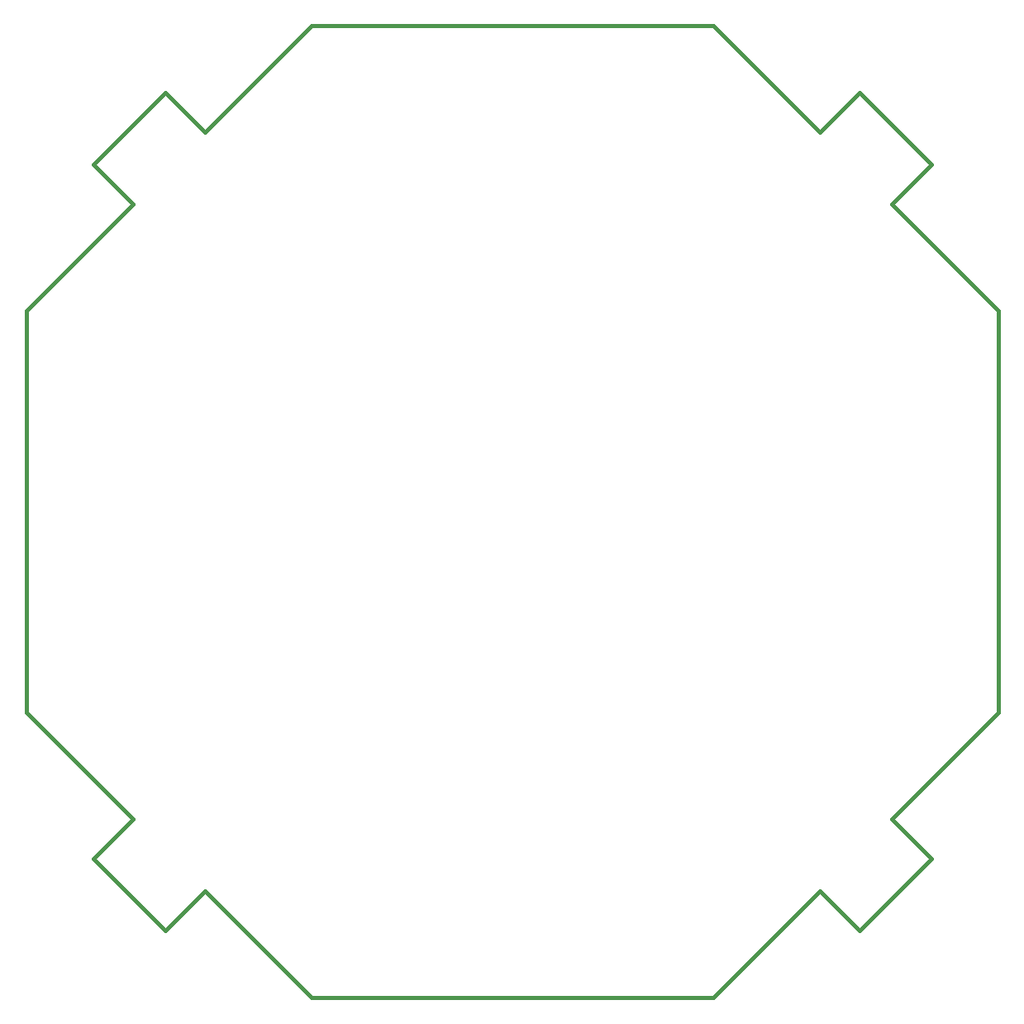
<source format=gbr>
G04 (created by PCBNEW-RS274X (2012-01-19 BZR 3256)-stable) date 2/20/2012 2:12:22 PM*
G01*
G70*
G90*
%MOIN*%
G04 Gerber Fmt 3.4, Leading zero omitted, Abs format*
%FSLAX34Y34*%
G04 APERTURE LIST*
%ADD10C,0.006000*%
%ADD11C,0.015000*%
G04 APERTURE END LIST*
G54D10*
G54D11*
X46000Y-56900D02*
X47600Y-55300D01*
X43100Y-54000D02*
X46000Y-56900D01*
X44700Y-52400D02*
X43100Y-54000D01*
X76900Y-54000D02*
X74000Y-56900D01*
X75300Y-52400D02*
X76900Y-54000D01*
X72400Y-55300D02*
X74000Y-56900D01*
X47600Y-24700D02*
X51900Y-20400D01*
X46000Y-23100D02*
X43100Y-26000D01*
X47600Y-24700D02*
X46000Y-23100D01*
X44700Y-27600D02*
X43100Y-26000D01*
X79600Y-48100D02*
X75300Y-52400D01*
X68100Y-59600D02*
X72400Y-55300D01*
X40400Y-48100D02*
X44700Y-52400D01*
X51900Y-59600D02*
X47600Y-55300D01*
X40400Y-31900D02*
X44700Y-27600D01*
X75300Y-27600D02*
X79600Y-31900D01*
X72400Y-24700D02*
X68100Y-20400D01*
X76900Y-26000D02*
X74000Y-23100D01*
X75300Y-27600D02*
X76900Y-26000D01*
X72400Y-24700D02*
X74000Y-23100D01*
X79600Y-31900D02*
X79600Y-48100D01*
X51900Y-20400D02*
X68100Y-20400D01*
X40400Y-48100D02*
X40400Y-31900D01*
X68100Y-59600D02*
X51900Y-59600D01*
M02*

</source>
